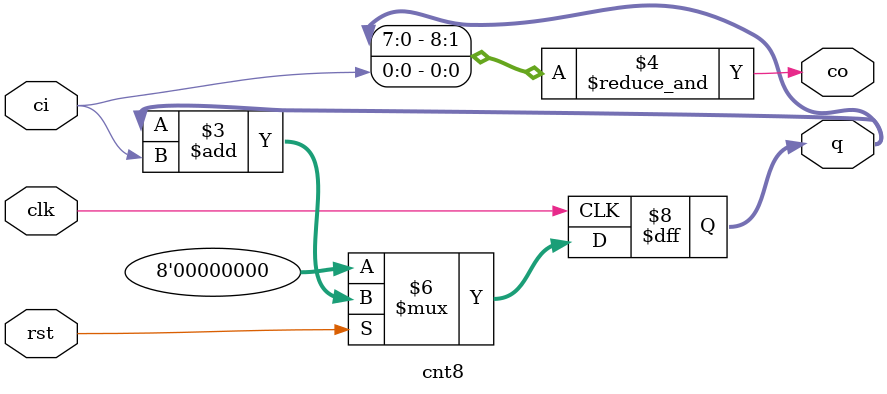
<source format=v>
`timescale 1ns/1ns

module cnt8(clk, rst, ci, co, q);
	input        clk, rst;
	input        ci;
	output       co;
	output [7:0] q;
	reg    [7:0] q;
	
	always@(posedge clk) begin
		if(rst == 1'b0) begin
			q <= 8'b00000000;
		end else begin
			q <= q + ci;
		end
	end
	
	assign co = &{q, ci};
	
endmodule

</source>
